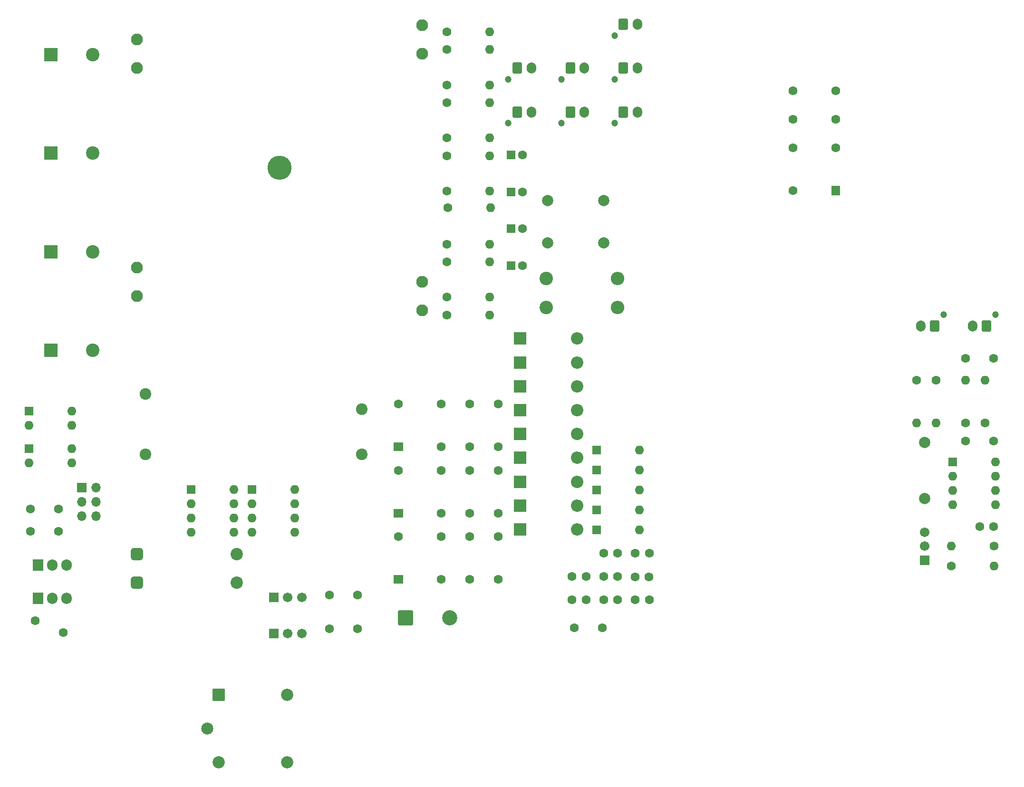
<source format=gbs>
%TF.GenerationSoftware,KiCad,Pcbnew,8.0.5*%
%TF.CreationDate,2024-09-22T13:44:18+02:00*%
%TF.ProjectId,gain_box,6761696e-5f62-46f7-982e-6b696361645f,rev?*%
%TF.SameCoordinates,Original*%
%TF.FileFunction,Soldermask,Bot*%
%TF.FilePolarity,Negative*%
%FSLAX46Y46*%
G04 Gerber Fmt 4.6, Leading zero omitted, Abs format (unit mm)*
G04 Created by KiCad (PCBNEW 8.0.5) date 2024-09-22 13:44:18*
%MOMM*%
%LPD*%
G01*
G04 APERTURE LIST*
G04 Aperture macros list*
%AMRoundRect*
0 Rectangle with rounded corners*
0 $1 Rounding radius*
0 $2 $3 $4 $5 $6 $7 $8 $9 X,Y pos of 4 corners*
0 Add a 4 corners polygon primitive as box body*
4,1,4,$2,$3,$4,$5,$6,$7,$8,$9,$2,$3,0*
0 Add four circle primitives for the rounded corners*
1,1,$1+$1,$2,$3*
1,1,$1+$1,$4,$5*
1,1,$1+$1,$6,$7*
1,1,$1+$1,$8,$9*
0 Add four rect primitives between the rounded corners*
20,1,$1+$1,$2,$3,$4,$5,0*
20,1,$1+$1,$4,$5,$6,$7,0*
20,1,$1+$1,$6,$7,$8,$9,0*
20,1,$1+$1,$8,$9,$2,$3,0*%
G04 Aperture macros list end*
%ADD10R,1.600000X1.600000*%
%ADD11O,1.600000X1.600000*%
%ADD12C,1.600000*%
%ADD13C,2.400000*%
%ADD14O,2.400000X2.400000*%
%ADD15C,1.200000*%
%ADD16RoundRect,0.250000X-0.600000X-0.750000X0.600000X-0.750000X0.600000X0.750000X-0.600000X0.750000X0*%
%ADD17O,1.700000X2.000000*%
%ADD18R,2.200000X2.200000*%
%ADD19O,2.200000X2.200000*%
%ADD20RoundRect,0.250001X-1.099999X-1.099999X1.099999X-1.099999X1.099999X1.099999X-1.099999X1.099999X0*%
%ADD21C,2.700000*%
%ADD22RoundRect,0.102000X0.754000X-0.754000X0.754000X0.754000X-0.754000X0.754000X-0.754000X-0.754000X0*%
%ADD23C,1.712000*%
%ADD24RoundRect,0.550000X-0.550000X-0.550000X0.550000X-0.550000X0.550000X0.550000X-0.550000X0.550000X0*%
%ADD25C,2.200000*%
%ADD26R,1.600000X1.800000*%
%ADD27C,2.000000*%
%ADD28R,2.400000X2.400000*%
%ADD29RoundRect,0.102000X-0.990000X-0.990000X0.990000X-0.990000X0.990000X0.990000X-0.990000X0.990000X0*%
%ADD30C,2.184000*%
%ADD31C,2.139000*%
%ADD32R,1.905000X2.000000*%
%ADD33O,1.905000X2.000000*%
%ADD34C,4.300000*%
%ADD35C,2.109000*%
%ADD36RoundRect,0.102000X-0.754000X-0.754000X0.754000X-0.754000X0.754000X0.754000X-0.754000X0.754000X0*%
%ADD37RoundRect,0.250000X0.600000X0.750000X-0.600000X0.750000X-0.600000X-0.750000X0.600000X-0.750000X0*%
%ADD38R,1.700000X1.700000*%
%ADD39O,1.700000X1.700000*%
%ADD40C,2.064000*%
%ADD41R,1.800000X1.600000*%
G04 APERTURE END LIST*
D10*
%TO.C,U2*%
X80450000Y-123980000D03*
D11*
X80450000Y-126520000D03*
X80450000Y-129060000D03*
X80450000Y-131600000D03*
X88070000Y-131600000D03*
X88070000Y-129060000D03*
X88070000Y-126520000D03*
X88070000Y-123980000D03*
%TD*%
D10*
%TO.C,D1*%
X152700000Y-116980000D03*
D11*
X160320000Y-116980000D03*
%TD*%
D12*
%TO.C,C1*%
X223400000Y-100580000D03*
X218400000Y-100580000D03*
%TD*%
D13*
%TO.C,R17*%
X143700000Y-91510000D03*
D14*
X156400000Y-91510000D03*
%TD*%
D12*
%TO.C,R8*%
X126000000Y-61360000D03*
D11*
X133620000Y-61360000D03*
%TD*%
D12*
%TO.C,R3*%
X126000000Y-45610000D03*
D11*
X133620000Y-45610000D03*
%TD*%
D15*
%TO.C,J7*%
X155870000Y-43110000D03*
D16*
X157470000Y-41110000D03*
D17*
X159970000Y-41110000D03*
%TD*%
D18*
%TO.C,D6*%
X139090000Y-97080000D03*
D19*
X149250000Y-97080000D03*
%TD*%
D20*
%TO.C,J11*%
X118645000Y-146860000D03*
D21*
X126565000Y-146860000D03*
%TD*%
D22*
%TO.C,RV1*%
X211150000Y-136580000D03*
D23*
X211150000Y-134080000D03*
X211150000Y-131580000D03*
%TD*%
D12*
%TO.C,R15*%
X126000000Y-83410000D03*
D11*
X133620000Y-83410000D03*
%TD*%
D24*
%TO.C,F1*%
X70820000Y-135530000D03*
X70820000Y-140530000D03*
D25*
X88620000Y-135530000D03*
X88620000Y-140530000D03*
%TD*%
D12*
%TO.C,C6*%
X51830000Y-131460000D03*
X56830000Y-131460000D03*
%TD*%
%TO.C,R7*%
X221900000Y-112140000D03*
D11*
X221900000Y-104520000D03*
%TD*%
D12*
%TO.C,K1*%
X195320000Y-63090000D03*
X195320000Y-58010000D03*
X195320000Y-52930000D03*
X187700000Y-63090000D03*
X187700000Y-58010000D03*
X187700000Y-52930000D03*
D26*
X195320000Y-70710000D03*
D12*
X187700000Y-70710000D03*
%TD*%
%TO.C,R13*%
X213150000Y-104520000D03*
D11*
X213150000Y-112140000D03*
%TD*%
D18*
%TO.C,D14*%
X139090000Y-131080000D03*
D19*
X149250000Y-131080000D03*
%TD*%
D12*
%TO.C,R6*%
X126000000Y-55060000D03*
D11*
X133620000Y-55060000D03*
%TD*%
D12*
%TO.C,C18*%
X159590000Y-143580000D03*
X162090000Y-143580000D03*
%TD*%
D15*
%TO.C,J5*%
X146420000Y-50910000D03*
D16*
X148020000Y-48910000D03*
D17*
X150520000Y-48910000D03*
%TD*%
D10*
%TO.C,C25*%
X137459775Y-70960000D03*
D12*
X139459775Y-70960000D03*
%TD*%
D27*
%TO.C,C9*%
X144000000Y-80010000D03*
X154000000Y-80010000D03*
%TD*%
D12*
%TO.C,C12*%
X148290000Y-143580000D03*
X150790000Y-143580000D03*
%TD*%
%TO.C,R14*%
X126000000Y-80260000D03*
D11*
X133620000Y-80260000D03*
%TD*%
D10*
%TO.C,U1*%
X216100000Y-119030000D03*
D11*
X216100000Y-121570000D03*
X216100000Y-124110000D03*
X216100000Y-126650000D03*
X223720000Y-126650000D03*
X223720000Y-124110000D03*
X223720000Y-121570000D03*
X223720000Y-119030000D03*
%TD*%
D12*
%TO.C,R1*%
X218400000Y-112140000D03*
D11*
X218400000Y-104520000D03*
%TD*%
D28*
%TO.C,C21*%
X55454491Y-64060000D03*
D13*
X62954491Y-64060000D03*
%TD*%
D10*
%TO.C,D2*%
X152700000Y-120530000D03*
D11*
X160320000Y-120530000D03*
%TD*%
D12*
%TO.C,C17*%
X159530000Y-139580000D03*
X162030000Y-139580000D03*
%TD*%
D10*
%TO.C,C26*%
X137459775Y-77510000D03*
D12*
X139459775Y-77510000D03*
%TD*%
D10*
%TO.C,U10*%
X51580000Y-116710000D03*
D11*
X51580000Y-119250000D03*
X59200000Y-119250000D03*
X59200000Y-116710000D03*
%TD*%
D12*
%TO.C,R12*%
X126210000Y-73800000D03*
D11*
X133830000Y-73800000D03*
%TD*%
D12*
%TO.C,C16*%
X159590000Y-135280000D03*
X162090000Y-135280000D03*
%TD*%
D15*
%TO.C,J8*%
X155870000Y-50910000D03*
D16*
X157470000Y-48910000D03*
D17*
X159970000Y-48910000D03*
%TD*%
D12*
%TO.C,R5*%
X126000000Y-51910000D03*
D11*
X133620000Y-51910000D03*
%TD*%
D12*
%TO.C,C11*%
X148290000Y-139430000D03*
X150790000Y-139430000D03*
%TD*%
D18*
%TO.C,D11*%
X139090000Y-118330000D03*
D19*
X149250000Y-118330000D03*
%TD*%
D29*
%TO.C,K4*%
X85390000Y-160545000D03*
D30*
X85390000Y-172545000D03*
D31*
X83390000Y-166545000D03*
D30*
X97590000Y-160545000D03*
X97590000Y-172545000D03*
%TD*%
D12*
%TO.C,R4*%
X209650000Y-104520000D03*
D11*
X209650000Y-112140000D03*
%TD*%
D32*
%TO.C,U4*%
X53190000Y-137410000D03*
D33*
X55730000Y-137410000D03*
X58270000Y-137410000D03*
%TD*%
D12*
%TO.C,R24*%
X126000000Y-92860000D03*
D11*
X133620000Y-92860000D03*
%TD*%
D34*
%TO.C,T1*%
X96250000Y-66685000D03*
D35*
X70850000Y-43825000D03*
X70850000Y-48905000D03*
X70850000Y-84465000D03*
X70850000Y-89545000D03*
X121650000Y-92085000D03*
X121650000Y-87005000D03*
X121650000Y-46365000D03*
X121650000Y-41285000D03*
%TD*%
D15*
%TO.C,J2*%
X136970000Y-50910000D03*
D16*
X138570000Y-48910000D03*
D17*
X141070000Y-48910000D03*
%TD*%
D36*
%TO.C,RV2*%
X95165000Y-143230000D03*
D23*
X97665000Y-143230000D03*
X100165000Y-143230000D03*
%TD*%
D10*
%TO.C,D5*%
X152700000Y-131180000D03*
D11*
X160320000Y-131180000D03*
%TD*%
D27*
%TO.C,C7*%
X211150000Y-125580000D03*
X211150000Y-115580000D03*
%TD*%
D15*
%TO.C,J4*%
X214500000Y-92830000D03*
D37*
X212900000Y-94830000D03*
D17*
X210400000Y-94830000D03*
%TD*%
D10*
%TO.C,D4*%
X152700000Y-127630000D03*
D11*
X160320000Y-127630000D03*
%TD*%
D15*
%TO.C,J9*%
X155870000Y-58710000D03*
D16*
X157470000Y-56710000D03*
D17*
X159970000Y-56710000D03*
%TD*%
D27*
%TO.C,C8*%
X144000000Y-72460000D03*
X154000000Y-72460000D03*
%TD*%
D28*
%TO.C,C20*%
X55454491Y-46510000D03*
D13*
X62954491Y-46510000D03*
%TD*%
D10*
%TO.C,D3*%
X152700000Y-124080000D03*
D11*
X160320000Y-124080000D03*
%TD*%
D12*
%TO.C,R9*%
X126000000Y-64510000D03*
D11*
X133620000Y-64510000D03*
%TD*%
D18*
%TO.C,D13*%
X139090000Y-126830000D03*
D19*
X149250000Y-126830000D03*
%TD*%
D18*
%TO.C,D9*%
X139090000Y-109830000D03*
D19*
X149250000Y-109830000D03*
%TD*%
D12*
%TO.C,C3*%
X105080000Y-148780000D03*
X110080000Y-148780000D03*
%TD*%
D28*
%TO.C,C22*%
X55454491Y-81610000D03*
D13*
X62954491Y-81610000D03*
%TD*%
D10*
%TO.C,U9*%
X51580000Y-110010000D03*
D11*
X51580000Y-112550000D03*
X59200000Y-112550000D03*
X59200000Y-110010000D03*
%TD*%
D13*
%TO.C,R16*%
X143700000Y-86360000D03*
D14*
X156400000Y-86360000D03*
%TD*%
D18*
%TO.C,D7*%
X139090000Y-101330000D03*
D19*
X149250000Y-101330000D03*
%TD*%
D18*
%TO.C,D8*%
X139090000Y-105580000D03*
D19*
X149250000Y-105580000D03*
%TD*%
D12*
%TO.C,C10*%
X220900000Y-130580000D03*
X223400000Y-130580000D03*
%TD*%
D38*
%TO.C,J10*%
X61030000Y-123660000D03*
D39*
X63570000Y-123660000D03*
X61030000Y-126200000D03*
X63570000Y-126200000D03*
X61030000Y-128740000D03*
X63570000Y-128740000D03*
%TD*%
D12*
%TO.C,C19*%
X148740000Y-148630000D03*
X153740000Y-148630000D03*
%TD*%
D10*
%TO.C,U3*%
X91300000Y-123980000D03*
D11*
X91300000Y-126520000D03*
X91300000Y-129060000D03*
X91300000Y-131600000D03*
X98920000Y-131600000D03*
X98920000Y-129060000D03*
X98920000Y-126520000D03*
X98920000Y-123980000D03*
%TD*%
D12*
%TO.C,RV4*%
X52730000Y-147380000D03*
X57730000Y-149480000D03*
%TD*%
D18*
%TO.C,D12*%
X139090000Y-122580000D03*
D19*
X149250000Y-122580000D03*
%TD*%
D15*
%TO.C,J3*%
X136970000Y-58710000D03*
D16*
X138570000Y-56710000D03*
D17*
X141070000Y-56710000D03*
%TD*%
D36*
%TO.C,RV3*%
X95165000Y-149610000D03*
D23*
X97665000Y-149610000D03*
X100165000Y-149610000D03*
%TD*%
D28*
%TO.C,C23*%
X55454491Y-99160000D03*
D13*
X62954491Y-99160000D03*
%TD*%
D12*
%TO.C,C2*%
X105080000Y-142730000D03*
X110080000Y-142730000D03*
%TD*%
D40*
%TO.C,PS1*%
X110850000Y-109680000D03*
X110850000Y-117680000D03*
X72350000Y-117680000D03*
X72350000Y-106930000D03*
%TD*%
D12*
%TO.C,R11*%
X126000000Y-70810000D03*
D11*
X133620000Y-70810000D03*
%TD*%
D15*
%TO.C,J1*%
X223750000Y-92830000D03*
D37*
X222150000Y-94830000D03*
D17*
X219650000Y-94830000D03*
%TD*%
D18*
%TO.C,D10*%
X139090000Y-114080000D03*
D19*
X149250000Y-114080000D03*
%TD*%
D12*
%TO.C,C5*%
X51830000Y-127410000D03*
X56830000Y-127410000D03*
%TD*%
%TO.C,C13*%
X153940000Y-135280000D03*
X156440000Y-135280000D03*
%TD*%
%TO.C,R10*%
X215840000Y-137580000D03*
D11*
X223460000Y-137580000D03*
%TD*%
D15*
%TO.C,J6*%
X146420000Y-58710000D03*
D16*
X148020000Y-56710000D03*
D17*
X150520000Y-56710000D03*
%TD*%
D12*
%TO.C,K2*%
X125025000Y-116385000D03*
X130105000Y-116385000D03*
X135185000Y-116385000D03*
X125025000Y-108765000D03*
X130105000Y-108765000D03*
X135185000Y-108765000D03*
D41*
X117405000Y-116385000D03*
D12*
X117405000Y-108765000D03*
%TD*%
%TO.C,K3*%
X125025000Y-128180000D03*
X130105000Y-128180000D03*
X135185000Y-128180000D03*
X125025000Y-120560000D03*
X130105000Y-120560000D03*
X135185000Y-120560000D03*
D41*
X117405000Y-128180000D03*
D12*
X117405000Y-120560000D03*
%TD*%
%TO.C,C15*%
X153940000Y-143580000D03*
X156440000Y-143580000D03*
%TD*%
%TO.C,R22*%
X223460000Y-134080000D03*
D11*
X215840000Y-134080000D03*
%TD*%
D32*
%TO.C,U5*%
X53190000Y-143370000D03*
D33*
X55730000Y-143370000D03*
X58270000Y-143370000D03*
%TD*%
D10*
%TO.C,C27*%
X137459775Y-84060000D03*
D12*
X139459775Y-84060000D03*
%TD*%
D10*
%TO.C,C24*%
X137459775Y-64410000D03*
D12*
X139459775Y-64410000D03*
%TD*%
%TO.C,R2*%
X126000000Y-42460000D03*
D11*
X133620000Y-42460000D03*
%TD*%
D12*
%TO.C,R23*%
X126000000Y-89710000D03*
D11*
X133620000Y-89710000D03*
%TD*%
D12*
%TO.C,C14*%
X153940000Y-139430000D03*
X156440000Y-139430000D03*
%TD*%
%TO.C,C4*%
X223400000Y-115330000D03*
X218400000Y-115330000D03*
%TD*%
%TO.C,K5*%
X125025000Y-139975000D03*
X130105000Y-139975000D03*
X135185000Y-139975000D03*
X125025000Y-132355000D03*
X130105000Y-132355000D03*
X135185000Y-132355000D03*
D41*
X117405000Y-139975000D03*
D12*
X117405000Y-132355000D03*
%TD*%
M02*

</source>
